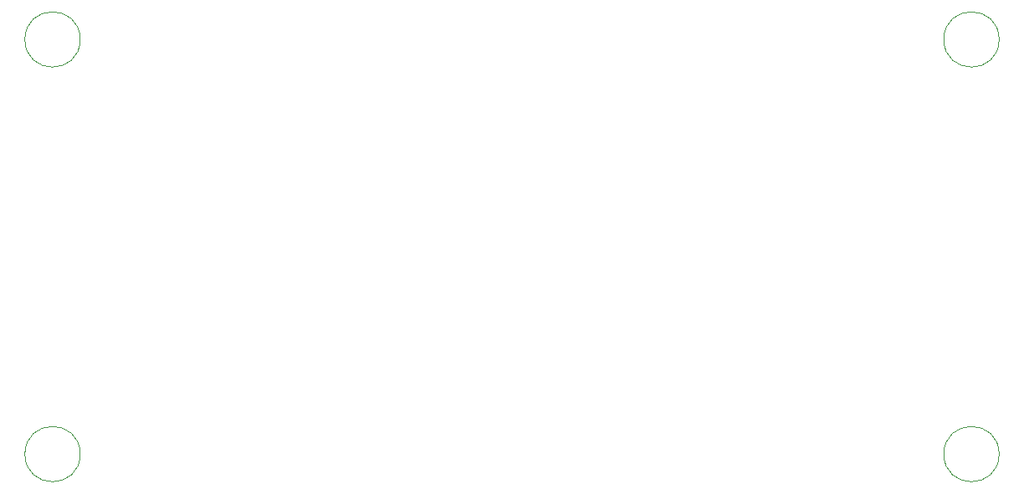
<source format=gko>
G04*
G04 #@! TF.GenerationSoftware,Altium Limited,Altium Designer,21.6.4 (81)*
G04*
G04 Layer_Color=16711935*
%FSLAX44Y44*%
%MOMM*%
G71*
G04*
G04 #@! TF.SameCoordinates,B5D7AA2C-AE02-420C-9FE3-D908FE65D14F*
G04*
G04*
G04 #@! TF.FilePolarity,Positive*
G04*
G01*
G75*
%ADD13C,0.1000*%
D13*
X988000Y30000D02*
G03*
X988000Y30000I-28000J0D01*
G01*
Y450000D02*
G03*
X988000Y450000I-28000J0D01*
G01*
X58000D02*
G03*
X58000Y450000I-28000J0D01*
G01*
Y30000D02*
G03*
X58000Y30000I-28000J0D01*
G01*
M02*

</source>
